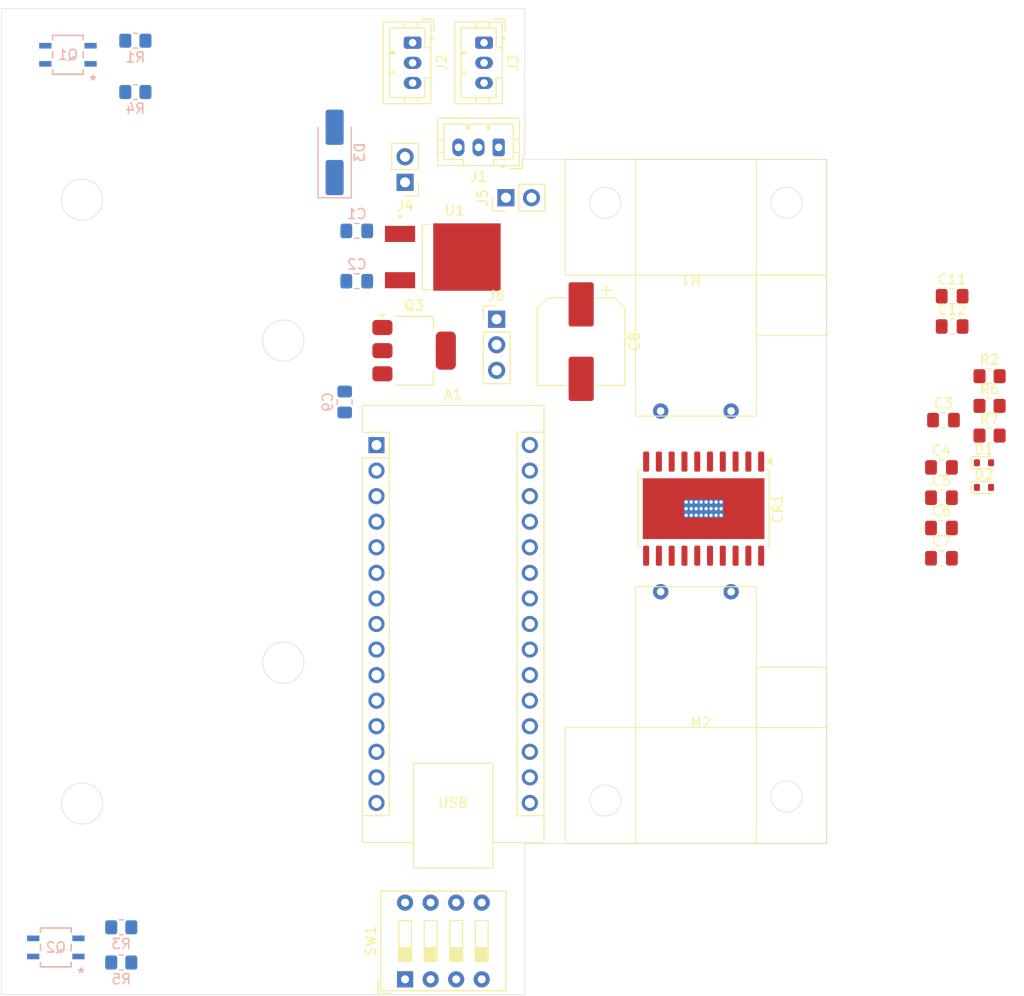
<source format=kicad_pcb>
(kicad_pcb (version 20240108) (generator "pcbnew") (generator_version "8.0")
  (layers (0 "F.Cu" signal) (31 "B.Cu" signal) (34 "B.Paste" user) (35 "F.Paste" user) (36 "B.SilkS" user "B.Silkscreen") (37 "F.SilkS" user "F.Silkscreen") (38 "B.Mask" user) (39 "F.Mask" user) (44 "Edge.Cuts" user))
  (net 0 "")
  (net 1 "GND")
  (net 2 "+5V")
  (net 3 "Net-(Q1-Pad1)")
  (net 4 "Net-(Q2-Pad1)")
  (net 5 "MotorPower")
  (net 9 "M_IN2B")
  (net 14 "M_IN1B")
  (net 15 "M_IN2A")
  (net 16 "M_IN1A")
  (net 18 "M_ENA")
  (net 25 "M_ENB")
  (net 26 "Net-(C3-Pad1)")
  (net 27 "Net-(CR1-VCP)")
  (net 28 "Net-(CR1-VBOOT)")
  (net 29 "Net-(CR1-ENA)")
  (net 30 "Net-(CR1-ENB)")
  (net 31 "Net-(D1-K)")
  (net 32 "Net-(A1-A2)")
  (net 33 "M_FRONT")
  (net 34 "Net-(A1-A0)")
  (net 35 "Net-(A1-A1)")
  (net 36 "Net-(D3-K)")
  (net 41 "FLOOR_SENSOR_RIGHT")
  (net 42 "FLOOR_SENSOR_LEFT")
  (net 43 "Net-(CR1-OUT2A)")
  (net 44 "Net-(CR1-OUT2B)")
  (net 45 "Net-(CR1-OUT1B)")
  (net 46 "Net-(CR1-OUT1A)")
  (net 47 "START_MODULE")
  (footprint "Module:Arduino_Nano" (layer "F.Cu") (at 57.26 62.38)
    (property "Reference" "A1" (at 7.62 -5.08 0) (layer "F.SilkS"))
    (property "Value" "Arduino_Nano_v2.x")
    (fp_text user "USB" (at 7.62 35.56 0) (layer "F.SilkS"))
    (pad "1" thru_hole rect (at 0 0) (size 1.6 1.6) (drill 1) (layers "*.Cu" "*.Mask"))
    (pad "2" thru_hole oval (at 0 2.54) (size 1.6 1.6) (drill 1) (layers "*.Cu" "*.Mask"))
    (pad "3" thru_hole oval (at 0 5.08) (size 1.6 1.6) (drill 1) (layers "*.Cu" "*.Mask"))
    (pad "4" thru_hole oval (at 0 7.62) (size 1.6 1.6) (drill 1) (layers "*.Cu" "*.Mask") (net 1 "GND"))
    (pad "5" thru_hole oval (at 0 10.16) (size 1.6 1.6) (drill 1) (layers "*.Cu" "*.Mask"))
    (pad "6" thru_hole oval (at 0 12.7) (size 1.6 1.6) (drill 1) (layers "*.Cu" "*.Mask"))
    (pad "7" thru_hole oval (at 0 15.24) (size 1.6 1.6) (drill 1) (layers "*.Cu" "*.Mask"))
    (pad "8" thru_hole oval (at 0 17.78) (size 1.6 1.6) (drill 1) (layers "*.Cu" "*.Mask"))
    (pad "9" thru_hole oval (at 0 20.32) (size 1.6 1.6) (drill 1) (layers "*.Cu" "*.Mask") (net 47 "START_MODULE"))
    (pad "10" thru_hole oval (at 0 22.86) (size 1.6 1.6) (drill 1) (layers "*.Cu" "*.Mask") (net 33 "M_FRONT"))
    (pad "11" thru_hole oval (at 0 25.4) (size 1.6 1.6) (drill 1) (layers "*.Cu" "*.Mask") (net 25 "M_ENB"))
    (pad "12" thru_hole oval (at 0 27.94) (size 1.6 1.6) (drill 1) (layers "*.Cu" "*.Mask") (net 18 "M_ENA"))
    (pad "13" thru_hole oval (at 0 30.48) (size 1.6 1.6) (drill 1) (layers "*.Cu" "*.Mask") (net 9 "M_IN2B"))
    (pad "14" thru_hole oval (at 0 33.02) (size 1.6 1.6) (drill 1) (layers "*.Cu" "*.Mask") (net 14 "M_IN1B"))
    (pad "15" thru_hole oval (at 0 35.56) (size 1.6 1.6) (drill 1) (layers "*.Cu" "*.Mask") (net 15 "M_IN2A"))
    (pad "16" thru_hole oval (at 15.24 35.56) (size 1.6 1.6) (drill 1) (layers "*.Cu" "*.Mask") (net 16 "M_IN1A"))
    (pad "17" thru_hole oval (at 15.24 33.02) (size 1.6 1.6) (drill 1) (layers "*.Cu" "*.Mask"))
    (pad "18" thru_hole oval (at 15.24 30.48) (size 1.6 1.6) (drill 1) (layers "*.Cu" "*.Mask"))
    (pad "19" thru_hole oval (at 15.24 27.94) (size 1.6 1.6) (drill 1) (layers "*.Cu" "*.Mask") (net 34 "Net-(A1-A0)"))
    (pad "20" thru_hole oval (at 15.24 25.4) (size 1.6 1.6) (drill 1) (layers "*.Cu" "*.Mask") (net 35 "Net-(A1-A1)"))
    (pad "21" thru_hole oval (at 15.24 22.86) (size 1.6 1.6) (drill 1) (layers "*.Cu" "*.Mask") (net 32 "Net-(A1-A2)"))
    (pad "22" thru_hole oval (at 15.24 20.32) (size 1.6 1.6) (drill 1) (layers "*.Cu" "*.Mask") (net 41 "FLOOR_SENSOR_RIGHT"))
    (pad "23" thru_hole oval (at 15.24 17.78) (size 1.6 1.6) (drill 1) (layers "*.Cu" "*.Mask") (net 42 "FLOOR_SENSOR_LEFT"))
    (pad "24" thru_hole oval (at 15.24 15.24) (size 1.6 1.6) (drill 1) (layers "*.Cu" "*.Mask"))
    (pad "25" thru_hole oval (at 15.24 12.7) (size 1.6 1.6) (drill 1) (layers "*.Cu" "*.Mask"))
    (pad "26" thru_hole oval (at 15.24 10.16) (size 1.6 1.6) (drill 1) (layers "*.Cu" "*.Mask"))
    (pad "27" thru_hole oval (at 15.24 7.62) (size 1.6 1.6) (drill 1) (layers "*.Cu" "*.Mask"))
    (pad "28" thru_hole oval (at 15.24 5.08) (size 1.6 1.6) (drill 1) (layers "*.Cu" "*.Mask"))
    (pad "29" thru_hole oval (at 15.24 2.54) (size 1.6 1.6) (drill 1) (layers "*.Cu" "*.Mask") (net 1 "GND"))
    (pad "30" thru_hole oval (at 15.24 0) (size 1.6 1.6) (drill 1) (layers "*.Cu" "*.Mask") (net 2 "+5V"))
  )
  (footprint "Capacitor_SMD:C_0805_2012Metric_Pad1.18x1.45mm_HandSolder" (layer "F.Cu") (at 114.4625 47.59)
    (property "Reference" "C11" (at 0 -1.68 0) (layer "F.SilkS"))
    (property "Value" "0u1")
    (pad "1" smd roundrect (at -1.0375 0) (size 1.175 1.45) (layers "F.Cu" "F.Paste" "F.Mask") (roundrect_rratio 0.212766) (net 46 "Net-(CR1-OUT1A)"))
    (pad "2" smd roundrect (at 1.0375 0) (size 1.175 1.45) (layers "F.Cu" "F.Paste" "F.Mask") (roundrect_rratio 0.212766) (net 43 "Net-(CR1-OUT2A)"))
  )
  (footprint "Capacitor_SMD:CP_Elec_8x10.5" (layer "F.Cu") (at 77.6 52.1 -90)
    (property "Reference" "C8" (at 0 -5.3 90) (layer "F.SilkS"))
    (property "Value" "100u")
    (pad "1" smd roundrect (at -3.7 0 270) (size 4.4 2.5) (layers "F.Cu" "F.Paste" "F.Mask") (roundrect_rratio 0.1) (net 5 "MotorPower"))
    (pad "2" smd roundrect (at 3.7 0 270) (size 4.4 2.5) (layers "F.Cu" "F.Paste" "F.Mask") (roundrect_rratio 0.1) (net 1 "GND"))
  )
  (footprint "CalkaBot3k0:CalkBot3k0_Motor_Right" (layer "F.Cu") (at 102 34 180)
    (property "Reference" "M1" (at 13.5 -12 180) (layer "F.SilkS") (effects (font (thickness 0.1))))
    (property "Value" "Motor_Right")
    (pad "1" thru_hole circle (at 9.5 -25 180) (size 1.524 1.524) (drill 0.762) (layers "*.Cu" "*.Mask") (net 43 "Net-(CR1-OUT2A)"))
    (pad "2" thru_hole circle (at 16.5 -25 180) (size 1.524 1.524) (drill 0.762) (layers "*.Cu" "*.Mask") (net 46 "Net-(CR1-OUT1A)"))
  )
  (footprint "Button_Switch_THT:SW_DIP_SPSTx04_Slide_9.78x12.34mm_W7.62mm_P2.54mm" (layer "F.Cu") (at 60.1 115.4675 90)
    (property "Reference" "SW1" (at 3.81 -3.42 270) (layer "F.SilkS"))
    (property "Value" "SW_DIP_x04")
    (pad "1" thru_hole rect (at 0 0 90) (size 1.6 1.6) (drill 0.8) (layers "*.Cu" "*.Mask") (net 1 "GND"))
    (pad "2" thru_hole oval (at 0 2.54 90) (size 1.6 1.6) (drill 0.8) (layers "*.Cu" "*.Mask") (net 1 "GND"))
    (pad "3" thru_hole oval (at 0 5.08 90) (size 1.6 1.6) (drill 0.8) (layers "*.Cu" "*.Mask") (net 1 "GND"))
    (pad "4" thru_hole oval (at 0 7.62 90) (size 1.6 1.6) (drill 0.8) (layers "*.Cu" "*.Mask") (net 1 "GND"))
    (pad "5" thru_hole oval (at 7.62 7.62 90) (size 1.6 1.6) (drill 0.8) (layers "*.Cu" "*.Mask"))
    (pad "6" thru_hole oval (at 7.62 5.08 90) (size 1.6 1.6) (drill 0.8) (layers "*.Cu" "*.Mask"))
    (pad "7" thru_hole oval (at 7.62 2.54 90) (size 1.6 1.6) (drill 0.8) (layers "*.Cu" "*.Mask"))
    (pad "8" thru_hole oval (at 7.62 0 90) (size 1.6 1.6) (drill 0.8) (layers "*.Cu" "*.Mask"))
  )
  (footprint "Connector_PinHeader_2.54mm:PinHeader_1x02_P2.54mm_Vertical" (layer "F.Cu") (at 60.1 36.275 180)
    (property "Reference" "J4" (at 0 -2.33 180) (layer "F.SilkS"))
    (property "Value" "Conn_01x02_Pin")
    (pad "1" thru_hole rect (at 0 0 180) (size 1.7 1.7) (drill 1) (layers "*.Cu" "*.Mask") (net 5 "MotorPower"))
    (pad "2" thru_hole oval (at 0 2.54 180) (size 1.7 1.7) (drill 1) (layers "*.Cu" "*.Mask") (net 1 "GND"))
  )
  (footprint "Connector_PinHeader_2.54mm:PinHeader_1x03_P2.54mm_Vertical" (layer "F.Cu") (at 69.2 49.875)
    (property "Reference" "J6" (at 0 -2.33 360) (layer "F.SilkS"))
    (property "Value" "StartModule")
    (pad "1" thru_hole rect (at 0 0) (size 1.7 1.7) (drill 1) (layers "*.Cu" "*.Mask") (net 2 "+5V"))
    (pad "2" thru_hole oval (at 0 2.54) (size 1.7 1.7) (drill 1) (layers "*.Cu" "*.Mask") (net 1 "GND"))
    (pad "3" thru_hole oval (at 0 5.08) (size 1.7 1.7) (drill 1) (layers "*.Cu" "*.Mask") (net 47 "START_MODULE"))
  )
  (footprint "Capacitor_SMD:C_0805_2012Metric_Pad1.18x1.45mm_HandSolder" (layer "F.Cu") (at 113.6 59.9)
    (property "Reference" "C3" (at 0 -1.68 0) (layer "F.SilkS"))
    (property "Value" "10n")
    (pad "1" smd roundrect (at -1.0375 0) (size 1.175 1.45) (layers "F.Cu" "F.Paste" "F.Mask") (roundrect_rratio 0.212766) (net 26 "Net-(C3-Pad1)"))
    (pad "2" smd roundrect (at 1.0375 0) (size 1.175 1.45) (layers "F.Cu" "F.Paste" "F.Mask") (roundrect_rratio 0.212766) (net 27 "Net-(CR1-VCP)"))
  )
  (footprint "Diode_SMD:D_SOD-523" (layer "F.Cu") (at 117.625 64.14)
    (property "Reference" "D1" (at 0 -1.3 0) (layer "F.SilkS"))
    (property "Value" "1N4148WT")
    (pad "1" smd roundrect (at -0.7 0 180) (size 0.6 0.7) (layers "F.Cu" "F.Paste" "F.Mask") (net 31 "Net-(D1-K)"))
    (pad "2" smd roundrect (at 0.7 0 180) (size 0.6 0.7) (layers "F.Cu" "F.Paste" "F.Mask") (net 5 "MotorPower"))
  )
  (footprint "Capacitor_SMD:C_0805_2012Metric_Pad1.18x1.45mm_HandSolder" (layer "F.Cu") (at 113.4 64.6)
    (property "Reference" "C4" (at 0 -1.68 0) (layer "F.SilkS"))
    (property "Value" "200n")
    (pad "1" smd roundrect (at -1.0375 0) (size 1.175 1.45) (layers "F.Cu" "F.Paste" "F.Mask") (roundrect_rratio 0.212766) (net 5 "MotorPower"))
    (pad "2" smd roundrect (at 1.0375 0) (size 1.175 1.45) (layers "F.Cu" "F.Paste" "F.Mask") (roundrect_rratio 0.212766) (net 28 "Net-(CR1-VBOOT)"))
  )
  (footprint "Resistor_SMD:R_0805_2012Metric_Pad1.20x1.40mm_HandSolder" (layer "F.Cu") (at 118.18 61.44)
    (property "Reference" "R7" (at 0 -1.65 0) (layer "F.SilkS"))
    (property "Value" "100k")
    (pad "1" smd roundrect (at -1 0) (size 1.2 1.4) (layers "F.Cu" "F.Paste" "F.Mask") (roundrect_rratio 0.208333) (net 30 "Net-(CR1-ENB)"))
    (pad "2" smd roundrect (at 1 0) (size 1.2 1.4) (layers "F.Cu" "F.Paste" "F.Mask") (roundrect_rratio 0.208333) (net 25 "M_ENB"))
  )
  (footprint "Connector_JST:JST_PH_B3B-PH-K_1x03_P2.00mm_Vertical" (layer "F.Cu") (at 67.95 22.4 -90)
    (property "Reference" "J3" (at 2 -2.9 90) (layer "F.SilkS"))
    (property "Value" "Conn_01x03_Pin")
    (pad "1" thru_hole roundrect (at 0 0 270) (size 1.2 1.75) (drill 0.75) (layers "*.Cu" "*.Mask") (roundrect_rratio 0.208333) (net 2 "+5V"))
    (pad "2" thru_hole oval (at 2 0 270) (size 1.2 1.75) (drill 0.75) (layers "*.Cu" "*.Mask") (net 1 "GND"))
    (pad "3" thru_hole oval (at 4 0 270) (size 1.2 1.75) (drill 0.75) (layers "*.Cu" "*.Mask") (net 32 "Net-(A1-A2)"))
  )
  (footprint "L78M05CDT-TR:VREG_L78M05CDT-TR" (layer "F.Cu") (at 63.85 43.7)
    (property "Reference" "U1" (at 1.175 -4.635 360) (layer "F.SilkS"))
    (property "Value" "L78M05CDT-TR")
    (pad "1" smd rect (at -4.25 -2.3) (size 3 1.6) (layers "F.Cu" "F.Paste" "F.Mask") (net 5 "MotorPower"))
    (pad "2" smd rect (at 2.4 0) (size 6.7 6.7) (layers "F.Cu" "F.Mask") (net 1 "GND"))
    (pad "3" smd rect (at -4.25 2.3) (size 3 1.6) (layers "F.Cu" "F.Paste" "F.Mask") (net 2 "+5V"))
  )
  (footprint "Capacitor_SMD:C_0805_2012Metric_Pad1.18x1.45mm_HandSolder" (layer "F.Cu") (at 114.4625 50.6)
    (property "Reference" "C12" (at 0 -1.68 0) (layer "F.SilkS"))
    (property "Value" "0u1")
    (pad "1" smd roundrect (at -1.0375 0) (size 1.175 1.45) (layers "F.Cu" "F.Paste" "F.Mask") (roundrect_rratio 0.212766) (net 44 "Net-(CR1-OUT2B)"))
    (pad "2" smd roundrect (at 1.0375 0) (size 1.175 1.45) (layers "F.Cu" "F.Paste" "F.Mask") (roundrect_rratio 0.212766) (net 45 "Net-(CR1-OUT1B)"))
  )
  (footprint "Connector_JST:JST_PH_B3B-PH-K_1x03_P2.00mm_Vertical" (layer "F.Cu") (at 69.4 32.8 180)
    (property "Reference" "J1" (at 2 -2.9 180) (layer "F.SilkS"))
    (property "Value" "Conn_01x03_Pin")
    (pad "1" thru_hole roundrect (at 0 0 180) (size 1.2 1.75) (drill 0.75) (layers "*.Cu" "*.Mask") (roundrect_rratio 0.208333) (net 2 "+5V"))
    (pad "2" thru_hole oval (at 2 0 180) (size 1.2 1.75) (drill 0.75) (layers "*.Cu" "*.Mask") (net 1 "GND"))
    (pad "3" thru_hole oval (at 4 0 180) (size 1.2 1.75) (drill 0.75) (layers "*.Cu" "*.Mask") (net 34 "Net-(A1-A0)"))
  )
  (footprint "Diode_SMD:D_SOD-523" (layer "F.Cu") (at 117.625 66.59)
    (property "Reference" "D2" (at 0 -1.3 0) (layer "F.SilkS"))
    (property "Value" "1N4148WT")
    (pad "1" smd roundrect (at -0.7 0 180) (size 0.6 0.7) (layers "F.Cu" "F.Paste" "F.Mask") (net 28 "Net-(CR1-VBOOT)"))
    (pad "2" smd roundrect (at 0.7 0 180) (size 0.6 0.7) (layers "F.Cu" "F.Paste" "F.Mask") (net 31 "Net-(D1-K)"))
  )
  (footprint "CalkaBot3k0:CalkBot3k0_Motor_Left" (layer "F.Cu") (at 76 101.956)
    (property "Reference" "M2" (at 13.5 -12 0) (layer "F.SilkS") (effects (font (thickness 0.1))))
    (property "Value" "Motor_Left")
    (pad "1" thru_hole circle (at 9.5 -25) (size 1.524 1.524) (drill 0.762) (layers "*.Cu" "*.Mask") (net 45 "Net-(CR1-OUT1B)"))
    (pad "2" thru_hole circle (at 16.5 -25) (size 1.524 1.524) (drill 0.762) (layers "*.Cu" "*.Mask") (net 44 "Net-(CR1-OUT2B)"))
  )
  (footprint "Package_SO:SO-20-1EP_7.52x12.825mm_P1.27mm_EP6.045x12.09mm_Mask3.56x4.47mm_ThermalVias" (layer "F.Cu") (at 89.7675 68.7 -90)
    (property "Reference" "CR1" (at 0 -7.36 90) (layer "F.SilkS"))
    (property "Value" "L6225PD")
    (pad "1" smd roundrect (at -4.675 -5.715 270) (size 2 0.6) (layers "F.Cu" "F.Paste" "F.Mask") (net 1 "GND"))
    (pad "2" smd roundrect (at -4.675 -4.445 270) (size 2 0.6) (layers "F.Cu" "F.Paste" "F.Mask") (net 5 "MotorPower"))
    (pad "3" smd roundrect (at -4.675 -3.175 270) (size 2 0.6) (layers "F.Cu" "F.Paste" "F.Mask") (net 43 "Net-(CR1-OUT2A)"))
    (pad "4" smd roundrect (at -4.675 -1.905 270) (size 2 0.6) (layers "F.Cu" "F.Paste" "F.Mask") (net 27 "Net-(CR1-VCP)"))
    (pad "5" smd roundrect (at -4.675 -0.635 270) (size 2 0.6) (layers "F.Cu" "F.Paste" "F.Mask") (net 29 "Net-(CR1-ENA)"))
    (pad "6" smd roundrect (at -4.675 0.635 270) (size 2 0.6) (layers "F.Cu" "F.Paste" "F.Mask") (net 16 "M_IN1A"))
    (pad "7" smd roundrect (at -4.675 1.905 270) (size 2 0.6) (layers "F.Cu" "F.Paste" "F.Mask") (net 15 "M_IN2A"))
    (pad "8" smd roundrect (at -4.675 3.175 270) (size 2 0.6) (layers "F.Cu" "F.Paste" "F.Mask") (net 1 "GND"))
    (pad "9" smd roundrect (at -4.675 4.445 270) (size 2 0.6) (layers "F.Cu" "F.Paste" "F.Mask") (net 46 "Net-(CR1-OUT1A)"))
    (pad "10" smd roundrect (at -4.675 5.715 270) (size 2 0.6) (layers "F.Cu" "F.Paste" "F.Mask") (net 1 "GND"))
    (pad "11" smd roundrect (at 4.675 5.715 270) (size 2 0.6) (layers "F.Cu" "F.Paste" "F.Mask") (net 1 "GND"))
    (pad "12" smd roundrect (at 4.675 4.445 270) (size 2 0.6) (layers "F.Cu" "F.Paste" "F.Mask") (net 45 "Net-(CR1-OUT1B)"))
    (pad "13" smd roundrect (at 4.675 3.175 270) (size 2 0.6) (layers "F.Cu" "F.Paste" "F.Mask") (net 1 "GND"))
    (pad "14" smd roundrect (at 4.675 1.905 270) (size 2 0.6) (layers "F.Cu" "F.Paste" "F.Mask") (net 14 "M_IN1B"))
    (pad "15" smd roundrect (at 4.675 0.635 270) (size 2 0.6) (layers "F.Cu" "F.Paste" "F.Mask") (net 9 "M_IN2B"))
    (pad "16" smd roundrect (at 4.675 -0.635 270) (size 2 0.6) (layers "F.Cu" "F.Paste" "F.Mask") (net 30 "Net-(CR1-ENB)"))
    (pad "17" smd roundrect (at 4.675 -1.905 270) (size 2 0.6) (layers "F.Cu" "F.Paste" "F.Mask") (net 28 "Net-(CR1-VBOOT)"))
    (pad "18" smd roundrect (at 4.675 -3.175 270) (size 2 0.6) (layers "F.Cu" "F.Paste" "F.Mask") (net 44 "Net-(CR1-OUT2B)"))
    (pad "19" smd roundrect (at 4.675 -4.445 270) (size 2 0.6) (layers "F.Cu" "F.Paste" "F.Mask") (net 5 "MotorPower"))
    (pad "20" smd roundrect (at 4.675 -5.715 270) (size 2 0.6) (layers "F.Cu" "F.Paste" "F.Mask") (net 1 "GND"))
    (pad "21" thru_hole circle (at -0.66 -1.7325 270) (size 0.49 0.49) (drill 0.33) (property pad_prop_heatsink) (layers "*.Cu"))
    (pad "21" thru_hole circle (at -0.66 -1.2375 270) (size 0.49 0.49) (drill 0.33) (property pad_prop_heatsink) (layers "*.Cu"))
    (pad "21" thru_hole circle (at -0.66 -0.7425 270) (size 0.49 0.49) (drill 0.33) (property pad_prop_heatsink) (layers "*.Cu"))
    (pad "21" thru_hole circle (at -0.66 -0.2475 270) (size 0.49 0.49) (drill 0.33) (property pad_prop_heatsink) (layers "*.Cu"))
    (pad "21" thru_hole circle (at -0.66 0.2475 270) (size 0.49 0.49) (drill 0.33) (property pad_prop_heatsink) (layers "*.Cu"))
    (pad "21" thru_hole circle (at -0.66 0.7425 270) (size 0.49 0.49) (drill 0.33) (property pad_prop_heatsink) (layers "*.Cu"))
    (pad "21" thru_hole circle (at -0.66 1.2375 270) (size 0.49 0.49) (drill 0.33) (property pad_prop_heatsink) (layers "*.Cu"))
    (pad "21" thru_hole circle (at -0.66 1.7325 270) (size 0.49 0.49) (drill 0.33) (property pad_prop_heatsink) (layers "*.Cu"))
    (pad "21" thru_hole circle (at 0 -1.7325 270) (size 0.49 0.49) (drill 0.33) (property pad_prop_heatsink) (layers "*.Cu"))
    (pad "21" thru_hole circle (at 0 -1.2375 270) (size 0.49 0.49) (drill 0.33) (property pad_prop_heatsink) (layers "*.Cu"))
    (pad "21" thru_hole circle (at 0 -0.7425 270) (size 0.49 0.49) (drill 0.33) (property pad_prop_heatsink) (layers "*.Cu"))
    (pad "21" thru_hole circle (at 0 -0.2475 270) (size 0.49 0.49) (drill 0.33) (property pad_prop_heatsink) (layers "*.Cu"))
    (pad "21" smd rect (at 0 0 270) (size 1.81 3.955) (property pad_prop_heatsink) (layers "B.Cu"))
    (pad "21" smd rect (at 0 0 270) (size 6.045 12.09) (property pad_prop_heatsink) (layers "F.Cu"))
    (pad "21" thru_hole circle (at 0 0.2475 270) (size 0.49 0.49) (drill 0.33) (property pad_prop_heatsink) (layers "*.Cu"))
    (pad "21" thru_hole circle (at 0 0.7425 270) (size 0.49 0.49) (drill 0.33) (property pad_prop_heatsink) (layers "*.Cu"))
    (pad "21" thru_hole circle (at 0 1.2375 270) (size 0.49 0.49) (drill 0.33) (property pad_prop_heatsink) (layers "*.Cu"))
    (pad "21" thru_hole circle (at 0 1.7325 270) (size 0.49 0.49) (drill 0.33) (property pad_prop_heatsink) (layers "*.Cu"))
    (pad "21" thru_hole circle (at 0.66 -1.7325 270) (size 0.49 0.49) (drill 0.33) (property pad_prop_heatsink) (layers "*.Cu"))
    (pad "21" thru_hole circle (at 0.66 -1.2375 270) (size 0.49 0.49) (drill 0.33) (property pad_prop_heatsink) (layers "*.Cu"))
    (pad "21" thru_hole circle (at 0.66 -0.7425 270) (size 0.49 0.49) (drill 0.33) (property pad_prop_heatsink) (layers "*.Cu"))
    (pad "21" thru_hole circle (at 0.66 -0.2475 270) (size 0.49 0.49) (drill 0.33) (property pad_prop_heatsink) (layers "*.Cu"))
    (pad "21" thru_hole circle (at 0.66 0.2475 270) (size 0.49 0.49) (drill 0.33) (property pad_prop_heatsink) (layers "*.Cu"))
    (pad "21" thru_hole circle (at 0.66 0.7425 270) (size 0.49 0.49) (drill 0.33) (property pad_prop_heatsink) (layers "*.Cu"))
    (pad "21" thru_hole circle (at 0.66 1.2375 270) (size 0.49 0.49) (drill 0.33) (property pad_prop_heatsink) (layers "*.Cu"))
    (pad "21" thru_hole circle (at 0.66 1.7325 270) (size 0.49 0.49) (drill 0.33) (property pad_prop_heatsink) (layers "*.Cu"))
  )
  (footprint "Resistor_SMD:R_0805_2012Metric_Pad1.20x1.40mm_HandSolder" (layer "F.Cu") (at 118.18 58.49)
    (property "Reference" "R6" (at 0 -1.65 0) (layer "F.SilkS"))
    (property "Value" "100k")
    (pad "1" smd roundrect (at -1 0) (size 1.2 1.4) (layers "F.Cu" "F.Paste" "F.Mask") (roundrect_rratio 0.208333) (net 29 "Net-(CR1-ENA)"))
    (pad "2" smd roundrect (at 1 0) (size 1.2 1.4) (layers "F.Cu" "F.Paste" "F.Mask") (roundrect_rratio 0.208333) (net 18 "M_ENA"))
  )
  (footprint "Capacitor_SMD:C_0805_2012Metric_Pad1.18x1.45mm_HandSolder" (layer "F.Cu") (at 113.4 70.62)
    (property "Reference" "C6" (at 0 -1.68 0) (layer "F.SilkS"))
    (property "Value" "5n6")
    (pad "1" smd roundrect (at -1.0375 0) (size 1.175 1.45) (layers "F.Cu" "F.Paste" "F.Mask") (roundrect_rratio 0.212766) (net 1 "GND"))
    (pad "2" smd roundrect (at 1.0375 0) (size 1.175 1.45) (layers "F.Cu" "F.Paste" "F.Mask") (roundrect_rratio 0.212766) (net 30 "Net-(CR1-ENB)"))
  )
  (footprint "Connector_PinHeader_2.54mm:PinHeader_1x02_P2.54mm_Vertical" (layer "F.Cu") (at 70.125 37.8 90)
    (property "Reference" "J5" (at 0 -2.33 270) (layer "F.SilkS"))
    (property "Value" "MOTOR3")
    (pad "1" thru_hole rect (at 0 0 90) (size 1.7 1.7) (drill 1) (layers "*.Cu" "*.Mask") (net 1 "GND"))
    (pad "2" thru_hole oval (at 0 2.54 90) (size 1.7 1.7) (drill 1) (layers "*.Cu" "*.Mask") (net 36 "Net-(D3-K)"))
  )
  (footprint "Resistor_SMD:R_0805_2012Metric_Pad1.20x1.40mm_HandSolder" (layer "F.Cu") (at 118.18 55.54)
    (property "Reference" "R2" (at 0 -1.65 0) (layer "F.SilkS"))
    (property "Value" "100R")
    (pad "1" smd roundrect (at -1 0) (size 1.2 1.4) (layers "F.Cu" "F.Paste" "F.Mask") (roundrect_rratio 0.208333) (net 31 "Net-(D1-K)"))
    (pad "2" smd roundrect (at 1 0) (size 1.2 1.4) (layers "F.Cu" "F.Paste" "F.Mask") (roundrect_rratio 0.208333) (net 26 "Net-(C3-Pad1)"))
  )
  (footprint "Connector_JST:JST_PH_B3B-PH-K_1x03_P2.00mm_Vertical" (layer "F.Cu") (at 60.85 22.4 -90)
    (property "Reference" "J2" (at 2 -2.9 90) (layer "F.SilkS"))
    (property "Value" "Conn_01x03_Pin")
    (pad "1" thru_hole roundrect (at 0 0 270) (size 1.2 1.75) (drill 0.75) (layers "*.Cu" "*.Mask") (roundrect_rratio 0.208333) (net 2 "+5V"))
    (pad "2" thru_hole oval (at 2 0 270) (size 1.2 1.75) (drill 0.75) (layers "*.Cu" "*.Mask") (net 1 "GND"))
    (pad "3" thru_hole oval (at 4 0 270) (size 1.2 1.75) (drill 0.75) (layers "*.Cu" "*.Mask") (net 35 "Net-(A1-A1)"))
  )
  (footprint "Package_TO_SOT_SMD:SOT-223" (layer "F.Cu") (at 61 53)
    (property "Reference" "Q3" (at 0 -4.5 360) (layer "F.SilkS"))
    (property "Value" "IRLL014NTRPBF")
    (pad "1" smd roundrect (at -3.15 -2.3) (size 2 1.5) (layers "F.Cu" "F.Paste" "F.Mask") (net 36 "Net-(D3-K)"))
    (pad "2" smd roundrect (at -3.15 0) (size 2 1.5) (layers "F.Cu" "F.Paste" "F.Mask") (net 33 "M_FRONT"))
    (pad "3" smd roundrect (at -3.15 2.3) (size 2 1.5) (layers "F.Cu" "F.Paste" "F.Mask") (net 5 "MotorPower"))
    (pad "4" smd roundrect (at 3.15 0) (size 2 3.8) (layers "F.Cu" "F.Paste" "F.Mask"))
  )
  (footprint "Capacitor_SMD:C_0805_2012Metric_Pad1.18x1.45mm_HandSolder" (layer "F.Cu") (at 113.4 67.61)
    (property "Reference" "C5" (at 0 -1.68 0) (layer "F.SilkS"))
    (property "Value" "5n6")
    (pad "1" smd roundrect (at -1.0375 0) (size 1.175 1.45) (layers "F.Cu" "F.Paste" "F.Mask") (roundrect_rratio 0.212766) (net 1 "GND"))
    (pad "2" smd roundrect (at 1.0375 0) (size 1.175 1.45) (layers "F.Cu" "F.Paste" "F.Mask") (roundrect_rratio 0.212766) (net 29 "Net-(CR1-ENA)"))
  )
  (footprint "Capacitor_SMD:C_0805_2012Metric_Pad1.18x1.45mm_HandSolder" (layer "F.Cu") (at 113.4 73.63)
    (property "Reference" "C7" (at 0 -1.68 0) (layer "F.SilkS"))
    (property "Value" "0u1")
    (pad "1" smd roundrect (at -1.0375 0) (size 1.175 1.45) (layers "F.Cu" "F.Paste" "F.Mask") (roundrect_rratio 0.212766) (net 5 "MotorPower"))
    (pad "2" smd roundrect (at 1.0375 0) (size 1.175 1.45) (layers "F.Cu" "F.Paste" "F.Mask") (roundrect_rratio 0.212766) (net 1 "GND"))
  )
  (footprint "footprints:KTIR0711S_KNB" (layer "B.Cu") (at 25.4 112.3 180)
    (property "Reference" "Q2" (at 0 0 0) (layer "B.SilkS") (effects (justify mirror)))
    (property "Value" "KTIR0711S")
    (fp_text user "*" (at -2.5019 -2.6035 180) (layer "B.SilkS") (effects (justify mirror)))
    (fp_text user "*" (at -2.5019 -2.6035 0) (layer "B.SilkS") (effects (justify mirror)))
    (pad "1" smd rect (at -2.2479 -0.9017 180) (size 1.2192 0.5588) (layers "B.Cu" "B.Paste" "B.Mask") (net 4 "Net-(Q2-Pad1)"))
    (pad "2" smd rect (at -2.2479 0.9017 180) (size 1.2192 0.5588) (layers "B.Cu" "B.Paste" "B.Mask") (net 41 "FLOOR_SENSOR_RIGHT"))
    (pad "3" smd rect (at 2.2479 0.9017 180) (size 1.2192 0.5588) (layers "B.Cu" "B.Paste" "B.Mask") (net 1 "GND"))
    (pad "4" smd rect (at 2.2479 -0.9017 180) (size 1.2192 0.5588) (layers "B.Cu" "B.Paste" "B.Mask") (net 1 "GND"))
  )
  (footprint "Capacitor_SMD:C_0805_2012Metric_Pad1.18x1.45mm_HandSolder" (layer "B.Cu") (at 55.3 41.1 180)
    (property "Reference" "C1" (at 0 1.68 180) (layer "B.SilkS") (effects (justify mirror)))
    (property "Value" "0u33")
    (pad "1" smd roundrect (at -1.0375 0 180) (size 1.175 1.45) (layers "B.Cu" "B.Paste" "B.Mask") (roundrect_rratio 0.212766) (net 5 "MotorPower"))
    (pad "2" smd roundrect (at 1.0375 0 180) (size 1.175 1.45) (layers "B.Cu" "B.Paste" "B.Mask") (roundrect_rratio 0.212766) (net 1 "GND"))
  )
  (footprint "Resistor_SMD:R_0805_2012Metric_Pad1.20x1.40mm_HandSolder" (layer "B.Cu") (at 31.9 113.8)
    (property "Reference" "R5" (at 0 1.65 360) (layer "B.SilkS") (effects (justify mirror)))
    (property "Value" "220")
    (pad "1" smd roundrect (at -1 0) (size 1.2 1.4) (layers "B.Cu" "B.Paste" "B.Mask") (roundrect_rratio 0.208333) (net 4 "Net-(Q2-Pad1)"))
    (pad "2" smd roundrect (at 1 0) (size 1.2 1.4) (layers "B.Cu" "B.Paste" "B.Mask") (roundrect_rratio 0.208333) (net 2 "+5V"))
  )
  (footprint "Resistor_SMD:R_0805_2012Metric_Pad1.20x1.40mm_HandSolder" (layer "B.Cu") (at 33.3 27.3)
    (property "Reference" "R4" (at 0 1.65 360) (layer "B.SilkS") (effects (justify mirror)))
    (property "Value" "220")
    (pad "1" smd roundrect (at -1 0) (size 1.2 1.4) (layers "B.Cu" "B.Paste" "B.Mask") (roundrect_rratio 0.208333) (net 3 "Net-(Q1-Pad1)"))
    (pad "2" smd roundrect (at 1 0) (size 1.2 1.4) (layers "B.Cu" "B.Paste" "B.Mask") (roundrect_rratio 0.208333) (net 2 "+5V"))
  )
  (footprint "Resistor_SMD:R_0805_2012Metric_Pad1.20x1.40mm_HandSolder" (layer "B.Cu") (at 33.3 22.2)
    (property "Reference" "R1" (at 0 1.65 360) (layer "B.SilkS") (effects (justify mirror)))
    (property "Value" "20k")
    (pad "1" smd roundrect (at -1 0) (size 1.2 1.4) (layers "B.Cu" "B.Paste" "B.Mask") (roundrect_rratio 0.208333) (net 42 "FLOOR_SENSOR_LEFT"))
    (pad "2" smd roundrect (at 1 0) (size 1.2 1.4) (layers "B.Cu" "B.Paste" "B.Mask") (roundrect_rratio 0.208333) (net 2 "+5V"))
  )
  (footprint "Capacitor_SMD:C_0805_2012Metric_Pad1.18x1.45mm_HandSolder" (layer "B.Cu") (at 55.3 46.1 180)
    (property "Reference" "C2" (at 0 1.68 180) (layer "B.SilkS") (effects (justify mirror)))
    (property "Value" "0u1")
    (pad "1" smd roundrect (at -1.0375 0 180) (size 1.175 1.45) (layers "B.Cu" "B.Paste" "B.Mask") (roundrect_rratio 0.212766) (net 2 "+5V"))
    (pad "2" smd roundrect (at 1.0375 0 180) (size 1.175 1.45) (layers "B.Cu" "B.Paste" "B.Mask") (roundrect_rratio 0.212766) (net 1 "GND"))
  )
  (footprint "Diode_SMD:D_SMA_Handsoldering" (layer "B.Cu") (at 53.1 33.3 90)
    (property "Reference" "D3" (at 0 2.5 270) (layer "B.SilkS") (effects (justify mirror)))
    (property "Value" "SS14")
    (pad "1" smd roundrect (at -2.5 0 90) (size 3.5 1.8) (layers "B.Cu" "B.Paste" "B.Mask") (roundrect_rratio 0.1388888889) (net 36 "Net-(D3-K)"))
    (pad "2" smd roundrect (at 2.5 0 90) (size 3.5 1.8) (layers "B.Cu" "B.Paste" "B.Mask") (roundrect_rratio 0.1388888889) (net 1 "GND"))
  )
  (footprint "Capacitor_SMD:C_0805_2012Metric_Pad1.18x1.45mm_HandSolder" (layer "B.Cu") (at 54.1 58.1 -90)
    (property "Reference" "C9" (at 0 1.68 90) (layer "B.SilkS") (effects (justify mirror)))
    (property "Value" "0u1")
    (pad "1" smd roundrect (at -1.0375 0 270) (size 1.175 1.45) (layers "B.Cu" "B.Paste" "B.Mask") (roundrect_rratio 0.212766) (net 5 "MotorPower"))
    (pad "2" smd roundrect (at 1.0375 0 270) (size 1.175 1.45) (layers "B.Cu" "B.Paste" "B.Mask") (roundrect_rratio 0.212766) (net 1 "GND"))
  )
  (footprint "Resistor_SMD:R_0805_2012Metric_Pad1.20x1.40mm_HandSolder" (layer "B.Cu") (at 31.9 110.3)
    (property "Reference" "R3" (at 0 1.65 360) (layer "B.SilkS") (effects (justify mirror)))
    (property "Value" "20k")
    (pad "1" smd roundrect (at -1 0) (size 1.2 1.4) (layers "B.Cu" "B.Paste" "B.Mask") (roundrect_rratio 0.208333) (net 41 "FLOOR_SENSOR_RIGHT"))
    (pad "2" smd roundrect (at 1 0) (size 1.2 1.4) (layers "B.Cu" "B.Paste" "B.Mask") (roundrect_rratio 0.208333) (net 2 "+5V"))
  )
  (footprint "footprints:KTIR0711S_KNB" (layer "B.Cu") (at 26.6 23.6 180)
    (property "Reference" "Q1" (at 0 0 0) (layer "B.SilkS") (effects (justify mirror)))
    (property "Value" "KTIR0711S")
    (fp_text user "*" (at -2.5019 -2.6035 180) (layer "B.SilkS") (effects (justify mirror)))
    (fp_text user "*" (at -2.5019 -2.6035 0) (layer "B.SilkS") (effects (justify mirror)))
    (pad "1" smd rect (at -2.2479 -0.9017 180) (size 1.2192 0.5588) (layers "B.Cu" "B.Paste" "B.Mask") (net 3 "Net-(Q1-Pad1)"))
    (pad "2" smd rect (at -2.2479 0.9017 180) (size 1.2192 0.5588) (layers "B.Cu" "B.Paste" "B.Mask") (net 42 "FLOOR_SENSOR_LEFT"))
    (pad "3" smd rect (at 2.2479 0.9017 180) (size 1.2192 0.5588) (layers "B.Cu" "B.Paste" "B.Mask") (net 1 "GND"))
    (pad "4" smd rect (at 2.2479 -0.9017 180) (size 1.2192 0.5588) (layers "B.Cu" "B.Paste" "B.Mask") (net 1 "GND"))
  )
  (gr_circle (center 80 38.3) (end 81.55 38.3) (stroke (width 0.05)) (fill none) (layer "Edge.Cuts"))
  (gr_line (start 102 102) (end 72 102) (stroke (width 0.05)) (layer "Edge.Cuts"))
  (gr_line (start 72 19) (end 20 19) (stroke (width 0.05)) (layer "Edge.Cuts"))
  (gr_circle (center 98 97.3) (end 99.55 97.3) (stroke (width 0.05)) (fill none) (layer "Edge.Cuts"))
  (gr_circle (center 80 97.7) (end 81.55 97.7) (stroke (width 0.05)) (fill none) (layer "Edge.Cuts"))
  (gr_circle (center 28 38) (end 30.05 38) (stroke (width 0.05)) (fill none) (layer "Edge.Cuts"))
  (gr_line (start 102 34) (end 102 102) (stroke (width 0.05)) (layer "Edge.Cuts"))
  (gr_circle (center 28 98) (end 30.05 98) (stroke (width 0.05)) (fill none) (layer "Edge.Cuts"))
  (gr_line (start 20 117) (end 20 19) (stroke (width 0.05)) (layer "Edge.Cuts"))
  (gr_circle (center 98 38.3) (end 99.55 38.3) (stroke (width 0.05)) (fill none) (layer "Edge.Cuts"))
  (gr_circle (center 48 84) (end 50.05 84) (stroke (width 0.05)) (fill none) (layer "Edge.Cuts"))
  (gr_circle (center 48 52) (end 50.05 52) (stroke (width 0.05)) (fill none) (layer "Edge.Cuts"))
  (gr_line (start 20 117) (end 72 117) (stroke (width 0.05)) (layer "Edge.Cuts"))
  (gr_line (start 102 34) (end 72 34) (stroke (width 0.05)) (layer "Edge.Cuts"))
  (gr_line (start 72 102) (end 72 117) (stroke (width 0.05)) (layer "Edge.Cuts"))
  (gr_line (start 72 19) (end 72 34) (stroke (width 0.05)) (layer "Edge.Cuts"))
)
</source>
